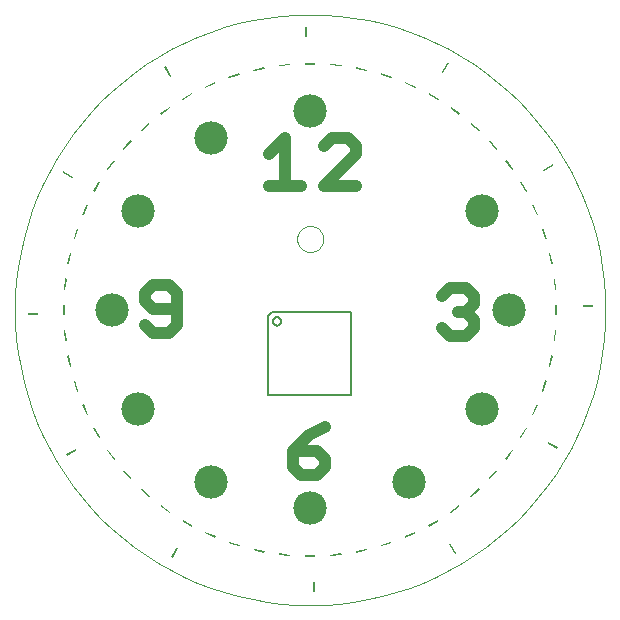
<source format=gto>
G75*
G70*
%OFA0B0*%
%FSLAX24Y24*%
%IPPOS*%
%LPD*%
%AMOC8*
5,1,8,0,0,1.08239X$1,22.5*
%
%ADD10C,0.0004*%
%ADD11C,0.0000*%
%ADD12C,0.0400*%
%ADD13C,0.1114*%
%ADD14C,0.0060*%
%ADD15R,0.0380X0.0050*%
%ADD16R,0.0050X0.0380*%
D10*
X000503Y010346D02*
X000515Y010829D01*
X000550Y011311D01*
X000610Y011790D01*
X000692Y012266D01*
X000798Y012738D01*
X000927Y013203D01*
X001078Y013662D01*
X001252Y014113D01*
X001448Y014554D01*
X001665Y014986D01*
X001903Y015406D01*
X002162Y015814D01*
X002440Y016209D01*
X002737Y016590D01*
X003053Y016956D01*
X003386Y017306D01*
X003736Y017639D01*
X004102Y017955D01*
X004483Y018252D01*
X004878Y018530D01*
X005286Y018789D01*
X005706Y019027D01*
X006138Y019244D01*
X006579Y019440D01*
X007030Y019614D01*
X007489Y019765D01*
X007954Y019894D01*
X008426Y020000D01*
X008902Y020082D01*
X009381Y020142D01*
X009863Y020177D01*
X010346Y020189D01*
X010829Y020177D01*
X011311Y020142D01*
X011790Y020082D01*
X012266Y020000D01*
X012738Y019894D01*
X013203Y019765D01*
X013662Y019614D01*
X014113Y019440D01*
X014554Y019244D01*
X014986Y019027D01*
X015406Y018789D01*
X015814Y018530D01*
X016209Y018252D01*
X016590Y017955D01*
X016956Y017639D01*
X017306Y017306D01*
X017639Y016956D01*
X017955Y016590D01*
X018252Y016209D01*
X018530Y015814D01*
X018789Y015406D01*
X019027Y014986D01*
X019244Y014554D01*
X019440Y014113D01*
X019614Y013662D01*
X019765Y013203D01*
X019894Y012738D01*
X020000Y012266D01*
X020082Y011790D01*
X020142Y011311D01*
X020177Y010829D01*
X020189Y010346D01*
X020177Y009863D01*
X020142Y009381D01*
X020082Y008902D01*
X020000Y008426D01*
X019894Y007954D01*
X019765Y007489D01*
X019614Y007030D01*
X019440Y006579D01*
X019244Y006138D01*
X019027Y005706D01*
X018789Y005286D01*
X018530Y004878D01*
X018252Y004483D01*
X017955Y004102D01*
X017639Y003736D01*
X017306Y003386D01*
X016956Y003053D01*
X016590Y002737D01*
X016209Y002440D01*
X015814Y002162D01*
X015406Y001903D01*
X014986Y001665D01*
X014554Y001448D01*
X014113Y001252D01*
X013662Y001078D01*
X013203Y000927D01*
X012738Y000798D01*
X012266Y000692D01*
X011790Y000610D01*
X011311Y000550D01*
X010829Y000515D01*
X010346Y000503D01*
X009863Y000515D01*
X009381Y000550D01*
X008902Y000610D01*
X008426Y000692D01*
X007954Y000798D01*
X007489Y000927D01*
X007030Y001078D01*
X006579Y001252D01*
X006138Y001448D01*
X005706Y001665D01*
X005286Y001903D01*
X004878Y002162D01*
X004483Y002440D01*
X004102Y002737D01*
X003736Y003053D01*
X003386Y003386D01*
X003053Y003736D01*
X002737Y004102D01*
X002440Y004483D01*
X002162Y004878D01*
X001903Y005286D01*
X001665Y005706D01*
X001448Y006138D01*
X001252Y006579D01*
X001078Y007030D01*
X000927Y007489D01*
X000798Y007954D01*
X000692Y008426D01*
X000610Y008902D01*
X000550Y009381D01*
X000515Y009863D01*
X000503Y010346D01*
D11*
X009913Y012709D02*
X009915Y012750D01*
X009921Y012791D01*
X009931Y012831D01*
X009944Y012870D01*
X009961Y012907D01*
X009982Y012943D01*
X010006Y012977D01*
X010033Y013008D01*
X010062Y013036D01*
X010095Y013062D01*
X010129Y013084D01*
X010166Y013103D01*
X010204Y013118D01*
X010244Y013130D01*
X010284Y013138D01*
X010325Y013142D01*
X010367Y013142D01*
X010408Y013138D01*
X010448Y013130D01*
X010488Y013118D01*
X010526Y013103D01*
X010562Y013084D01*
X010597Y013062D01*
X010630Y013036D01*
X010659Y013008D01*
X010686Y012977D01*
X010710Y012943D01*
X010731Y012907D01*
X010748Y012870D01*
X010761Y012831D01*
X010771Y012791D01*
X010777Y012750D01*
X010779Y012709D01*
X010777Y012668D01*
X010771Y012627D01*
X010761Y012587D01*
X010748Y012548D01*
X010731Y012511D01*
X010710Y012475D01*
X010686Y012441D01*
X010659Y012410D01*
X010630Y012382D01*
X010597Y012356D01*
X010563Y012334D01*
X010526Y012315D01*
X010488Y012300D01*
X010448Y012288D01*
X010408Y012280D01*
X010367Y012276D01*
X010325Y012276D01*
X010284Y012280D01*
X010244Y012288D01*
X010204Y012300D01*
X010166Y012315D01*
X010130Y012334D01*
X010095Y012356D01*
X010062Y012382D01*
X010033Y012410D01*
X010006Y012441D01*
X009982Y012475D01*
X009961Y012511D01*
X009944Y012548D01*
X009931Y012587D01*
X009921Y012627D01*
X009915Y012668D01*
X009913Y012709D01*
D12*
X010039Y014483D02*
X008972Y014483D01*
X009505Y014483D02*
X009505Y016085D01*
X008972Y015551D01*
X010813Y015818D02*
X011080Y016085D01*
X011614Y016085D01*
X011881Y015818D01*
X011881Y015551D01*
X010813Y014483D01*
X011881Y014483D01*
X015018Y011079D02*
X015552Y011079D01*
X015819Y010812D01*
X015819Y010545D01*
X015552Y010278D01*
X015819Y010011D01*
X015819Y009744D01*
X015552Y009478D01*
X015018Y009478D01*
X014751Y009744D01*
X015285Y010278D02*
X015552Y010278D01*
X014751Y010812D02*
X015018Y011079D01*
X010827Y006439D02*
X010293Y006172D01*
X009759Y005638D01*
X010560Y005638D01*
X010827Y005372D01*
X010827Y005105D01*
X010560Y004838D01*
X010026Y004838D01*
X009759Y005105D01*
X009759Y005638D01*
X005638Y009562D02*
X005905Y009829D01*
X005905Y010897D01*
X005638Y011164D01*
X005105Y011164D01*
X004838Y010897D01*
X004838Y010630D01*
X005105Y010363D01*
X005905Y010363D01*
X005638Y009562D02*
X005105Y009562D01*
X004838Y009829D01*
D13*
X003732Y010346D03*
X004619Y013654D03*
X007039Y016074D03*
X007039Y016074D03*
X010346Y016961D03*
X016074Y013654D03*
X016961Y010346D03*
X016074Y007039D03*
X013654Y004619D03*
X010346Y003732D03*
X007039Y004619D03*
X004619Y007039D03*
D14*
X008945Y007505D02*
X008945Y010126D01*
X009085Y010265D01*
X011705Y010265D01*
X011705Y007505D01*
X008945Y007505D01*
X009104Y009965D02*
X009106Y009988D01*
X009112Y010011D01*
X009121Y010032D01*
X009134Y010052D01*
X009150Y010069D01*
X009168Y010083D01*
X009188Y010094D01*
X009210Y010102D01*
X009233Y010106D01*
X009257Y010106D01*
X009280Y010102D01*
X009302Y010094D01*
X009322Y010083D01*
X009340Y010069D01*
X009356Y010052D01*
X009369Y010032D01*
X009378Y010011D01*
X009384Y009988D01*
X009386Y009965D01*
X009384Y009942D01*
X009378Y009919D01*
X009369Y009898D01*
X009356Y009878D01*
X009340Y009861D01*
X009322Y009847D01*
X009302Y009836D01*
X009280Y009828D01*
X009257Y009824D01*
X009233Y009824D01*
X009210Y009828D01*
X009188Y009836D01*
X009168Y009847D01*
X009150Y009861D01*
X009134Y009878D01*
X009121Y009898D01*
X009112Y009919D01*
X009106Y009942D01*
X009104Y009965D01*
D15*
G36*
X004140Y005013D02*
X004393Y004732D01*
X004356Y004699D01*
X004103Y004980D01*
X004140Y005013D01*
G37*
G36*
X003617Y005691D02*
X003839Y005384D01*
X003799Y005355D01*
X003577Y005662D01*
X003617Y005691D01*
G37*
G36*
X003167Y006421D02*
X003356Y006092D01*
X003313Y006067D01*
X003124Y006396D01*
X003167Y006421D01*
G37*
G36*
X002796Y007192D02*
X002950Y006846D01*
X002904Y006826D01*
X002750Y007172D01*
X002796Y007192D01*
G37*
G36*
X002508Y007999D02*
X002624Y007639D01*
X002576Y007623D01*
X002460Y007983D01*
X002508Y007999D01*
G37*
G36*
X002305Y008831D02*
X002383Y008460D01*
X002335Y008449D01*
X002257Y008820D01*
X002305Y008831D01*
G37*
G36*
X002190Y009680D02*
X002229Y009303D01*
X002180Y009298D01*
X002141Y009675D01*
X002190Y009680D01*
G37*
X001094Y010211D03*
G36*
X002229Y011390D02*
X002190Y011013D01*
X002141Y011018D01*
X002180Y011395D01*
X002229Y011390D01*
G37*
G36*
X002383Y012232D02*
X002305Y011861D01*
X002257Y011872D01*
X002335Y012243D01*
X002383Y012232D01*
G37*
G36*
X002624Y013054D02*
X002508Y012694D01*
X002460Y012710D01*
X002576Y013070D01*
X002624Y013054D01*
G37*
G36*
X002950Y013847D02*
X002796Y013501D01*
X002750Y013521D01*
X002904Y013867D01*
X002950Y013847D01*
G37*
G36*
X003356Y014601D02*
X003167Y014272D01*
X003124Y014297D01*
X003313Y014626D01*
X003356Y014601D01*
G37*
G36*
X003839Y015309D02*
X003617Y015002D01*
X003577Y015031D01*
X003799Y015338D01*
X003839Y015309D01*
G37*
G36*
X004393Y015961D02*
X004140Y015680D01*
X004103Y015713D01*
X004356Y015994D01*
X004393Y015961D01*
G37*
G36*
X005013Y016552D02*
X004732Y016299D01*
X004699Y016336D01*
X004980Y016589D01*
X005013Y016552D01*
G37*
G36*
X005691Y017076D02*
X005384Y016854D01*
X005355Y016894D01*
X005662Y017116D01*
X005691Y017076D01*
G37*
G36*
X006421Y017526D02*
X006092Y017337D01*
X006067Y017380D01*
X006396Y017569D01*
X006421Y017526D01*
G37*
G36*
X007192Y017897D02*
X006846Y017743D01*
X006826Y017789D01*
X007172Y017943D01*
X007192Y017897D01*
G37*
G36*
X007999Y018185D02*
X007639Y018069D01*
X007623Y018117D01*
X007983Y018233D01*
X007999Y018185D01*
G37*
G36*
X008831Y018388D02*
X008460Y018310D01*
X008449Y018358D01*
X008820Y018436D01*
X008831Y018388D01*
G37*
G36*
X009680Y018502D02*
X009303Y018463D01*
X009298Y018512D01*
X009675Y018551D01*
X009680Y018502D01*
G37*
X010346Y018552D03*
G36*
X011390Y018463D02*
X011013Y018502D01*
X011018Y018551D01*
X011395Y018512D01*
X011390Y018463D01*
G37*
G36*
X012232Y018310D02*
X011861Y018388D01*
X011872Y018436D01*
X012243Y018358D01*
X012232Y018310D01*
G37*
G36*
X013054Y018069D02*
X012694Y018185D01*
X012710Y018233D01*
X013070Y018117D01*
X013054Y018069D01*
G37*
G36*
X013847Y017743D02*
X013501Y017897D01*
X013521Y017943D01*
X013867Y017789D01*
X013847Y017743D01*
G37*
G36*
X014601Y017337D02*
X014272Y017526D01*
X014297Y017569D01*
X014626Y017380D01*
X014601Y017337D01*
G37*
G36*
X015309Y016854D02*
X015002Y017076D01*
X015031Y017116D01*
X015338Y016894D01*
X015309Y016854D01*
G37*
G36*
X015961Y016299D02*
X015680Y016552D01*
X015713Y016589D01*
X015994Y016336D01*
X015961Y016299D01*
G37*
G36*
X016552Y015680D02*
X016299Y015961D01*
X016336Y015994D01*
X016589Y015713D01*
X016552Y015680D01*
G37*
G36*
X017076Y015002D02*
X016854Y015309D01*
X016894Y015338D01*
X017116Y015031D01*
X017076Y015002D01*
G37*
G36*
X017526Y014272D02*
X017337Y014601D01*
X017380Y014626D01*
X017569Y014297D01*
X017526Y014272D01*
G37*
G36*
X017897Y013501D02*
X017743Y013847D01*
X017789Y013867D01*
X017943Y013521D01*
X017897Y013501D01*
G37*
G36*
X018185Y012694D02*
X018069Y013054D01*
X018117Y013070D01*
X018233Y012710D01*
X018185Y012694D01*
G37*
G36*
X018388Y011861D02*
X018310Y012232D01*
X018358Y012243D01*
X018436Y011872D01*
X018388Y011861D01*
G37*
G36*
X018502Y011013D02*
X018463Y011390D01*
X018512Y011395D01*
X018551Y011018D01*
X018502Y011013D01*
G37*
X019598Y010481D03*
G36*
X018463Y009303D02*
X018502Y009680D01*
X018551Y009675D01*
X018512Y009298D01*
X018463Y009303D01*
G37*
G36*
X018310Y008460D02*
X018388Y008831D01*
X018436Y008820D01*
X018358Y008449D01*
X018310Y008460D01*
G37*
G36*
X018069Y007639D02*
X018185Y007999D01*
X018233Y007983D01*
X018117Y007623D01*
X018069Y007639D01*
G37*
G36*
X017743Y006846D02*
X017897Y007192D01*
X017943Y007172D01*
X017789Y006826D01*
X017743Y006846D01*
G37*
G36*
X017337Y006092D02*
X017526Y006421D01*
X017569Y006396D01*
X017380Y006067D01*
X017337Y006092D01*
G37*
G36*
X016854Y005384D02*
X017076Y005691D01*
X017116Y005662D01*
X016894Y005355D01*
X016854Y005384D01*
G37*
G36*
X016299Y004732D02*
X016552Y005013D01*
X016589Y004980D01*
X016336Y004699D01*
X016299Y004732D01*
G37*
G36*
X015680Y004140D02*
X015961Y004393D01*
X015994Y004356D01*
X015713Y004103D01*
X015680Y004140D01*
G37*
G36*
X015002Y003617D02*
X015309Y003839D01*
X015338Y003799D01*
X015031Y003577D01*
X015002Y003617D01*
G37*
G36*
X014272Y003167D02*
X014601Y003356D01*
X014626Y003313D01*
X014297Y003124D01*
X014272Y003167D01*
G37*
G36*
X013501Y002796D02*
X013847Y002950D01*
X013867Y002904D01*
X013521Y002750D01*
X013501Y002796D01*
G37*
G36*
X012694Y002508D02*
X013054Y002624D01*
X013070Y002576D01*
X012710Y002460D01*
X012694Y002508D01*
G37*
G36*
X011861Y002305D02*
X012232Y002383D01*
X012243Y002335D01*
X011872Y002257D01*
X011861Y002305D01*
G37*
G36*
X011013Y002190D02*
X011390Y002229D01*
X011395Y002180D01*
X011018Y002141D01*
X011013Y002190D01*
G37*
X010346Y002141D03*
G36*
X009303Y002229D02*
X009680Y002190D01*
X009675Y002141D01*
X009298Y002180D01*
X009303Y002229D01*
G37*
G36*
X008460Y002383D02*
X008831Y002305D01*
X008820Y002257D01*
X008449Y002335D01*
X008460Y002383D01*
G37*
G36*
X007639Y002624D02*
X007999Y002508D01*
X007983Y002460D01*
X007623Y002576D01*
X007639Y002624D01*
G37*
G36*
X006846Y002950D02*
X007192Y002796D01*
X007172Y002750D01*
X006826Y002904D01*
X006846Y002950D01*
G37*
G36*
X006092Y003356D02*
X006421Y003167D01*
X006396Y003124D01*
X006067Y003313D01*
X006092Y003356D01*
G37*
G36*
X005384Y003839D02*
X005691Y003617D01*
X005662Y003577D01*
X005355Y003799D01*
X005384Y003839D01*
G37*
G36*
X004732Y004393D02*
X005013Y004140D01*
X004980Y004103D01*
X004699Y004356D01*
X004732Y004393D01*
G37*
G36*
X005721Y002114D02*
X005910Y002443D01*
X005953Y002418D01*
X005764Y002089D01*
X005721Y002114D01*
G37*
G36*
X002224Y005531D02*
X002553Y005720D01*
X002578Y005677D01*
X002249Y005488D01*
X002224Y005531D01*
G37*
G36*
X002114Y014972D02*
X002443Y014783D01*
X002418Y014740D01*
X002089Y014929D01*
X002114Y014972D01*
G37*
G36*
X005531Y018469D02*
X005720Y018140D01*
X005677Y018115D01*
X005488Y018444D01*
X005531Y018469D01*
G37*
G36*
X014972Y018579D02*
X014783Y018250D01*
X014740Y018275D01*
X014929Y018604D01*
X014972Y018579D01*
G37*
G36*
X018469Y015162D02*
X018140Y014973D01*
X018115Y015016D01*
X018444Y015205D01*
X018469Y015162D01*
G37*
G36*
X018579Y005721D02*
X018250Y005910D01*
X018275Y005953D01*
X018604Y005764D01*
X018579Y005721D01*
G37*
G36*
X015162Y002224D02*
X014973Y002553D01*
X015016Y002578D01*
X015205Y002249D01*
X015162Y002224D01*
G37*
D16*
X010481Y001094D03*
X018552Y010346D03*
X010211Y019598D03*
X002141Y010346D03*
M02*

</source>
